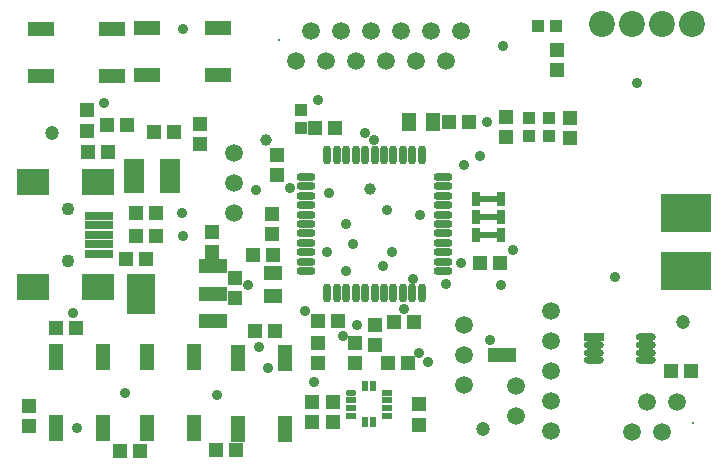
<source format=gts>
%FSTAX23Y23*%
%MOMM*%
%SFA1B1*%

%IPPOS*%
%ADD49R,1.199998X1.299997*%
%ADD50R,1.299997X1.199998*%
%ADD51R,4.199992X3.199994*%
%ADD52R,1.199998X1.199998*%
%ADD53O,1.699997X0.699999*%
%ADD54R,1.699997X0.699999*%
%ADD55R,0.999998X0.999998*%
%ADD56R,0.999998X0.999998*%
%ADD57R,1.199998X1.599997*%
%ADD58R,1.699997X2.999994*%
%ADD59R,2.449995X0.699999*%
%ADD60R,2.699995X2.199996*%
%ADD61R,2.199996X1.199998*%
%ADD62R,2.199996X1.199998*%
%ADD63R,1.199998X2.199996*%
%ADD64R,1.199998X2.199996*%
%ADD65O,1.599997X0.749999*%
%ADD66O,0.749999X1.599997*%
%ADD67R,1.599997X1.199998*%
%ADD68R,2.349995X3.449993*%
%ADD69R,2.349995X1.199998*%
%ADD70R,0.529999X0.889998*%
%ADD71R,0.889998X0.529999*%
%ADD72O,0.889998X0.529999*%
%ADD73R,0.649999X1.199998*%
%ADD74R,1.899996X0.599999*%
%ADD75C,1.499997*%
%ADD76C,2.199996*%
%ADD77C,0.200000*%
%ADD78C,1.099998*%
%ADD79C,1.199998*%
%ADD80C,0.999998*%
%ADD81C,0.899998*%
%LNmain_board-1*%
%LPD*%
G54D49*
X12179Y28119D03*
X13879D03*
X09309Y01089D03*
X11009D03*
X17409Y01189D03*
X19109D03*
X09819Y17349D03*
X11519D03*
X57619Y07849D03*
X55919D03*
X37169Y28959D03*
X38869D03*
X08289Y26419D03*
X06589D03*
X08169Y28699D03*
X09869D03*
X05599Y11529D03*
X03899D03*
X27489Y28419D03*
X25789D03*
X39759Y17039D03*
X41459D03*
X26049Y12119D03*
X27749D03*
X22259Y17679D03*
X20559D03*
X31989Y08529D03*
X33689D03*
X22389Y11279D03*
X20689D03*
X10679Y21229D03*
X12379D03*
X10679Y19299D03*
X12379D03*
X32469Y12039D03*
X34169D03*
G54D50*
X06529Y28229D03*
Y29929D03*
X01549Y04909D03*
Y03209D03*
X19019Y15759D03*
Y14059D03*
X17039Y17969D03*
Y19669D03*
X46299Y33389D03*
Y35089D03*
X41939Y27669D03*
Y29369D03*
X47399Y27569D03*
Y29269D03*
X22559Y24469D03*
Y26169D03*
X16079Y27119D03*
Y28819D03*
X22169Y21169D03*
Y19469D03*
X26059Y10249D03*
Y08549D03*
X34569Y03339D03*
Y05039D03*
X25549Y05239D03*
Y03539D03*
X27309Y05239D03*
Y03539D03*
X30839Y10049D03*
Y11749D03*
X29179Y10249D03*
Y08549D03*
G54D51*
X57199Y16309D03*
Y21209D03*
G54D52*
X42259Y09189D03*
X41059D03*
G54D53*
X53799Y08789D03*
Y09439D03*
Y10089D03*
Y10739D03*
X49399Y08789D03*
Y09439D03*
Y10089D03*
G54D54*
X49399Y10739D03*
G54D55*
X44669Y37079D03*
X46169D03*
G54D56*
X43939Y27769D03*
Y29269D03*
X24589Y29959D03*
Y28459D03*
X45589Y27769D03*
Y29269D03*
G54D57*
X33769Y28959D03*
X35769D03*
G54D58*
X10489Y24409D03*
X13489D03*
G54D59*
X07529Y21009D03*
Y20209D03*
Y19409D03*
Y18609D03*
Y17809D03*
G54D60*
X07399Y23859D03*
Y14959D03*
X01949D03*
Y23859D03*
G54D61*
X11549Y36899D03*
X17549D03*
X02589Y36849D03*
X08589D03*
G54D62*
X11549Y32899D03*
X17549D03*
X02589Y32849D03*
X08589D03*
G54D63*
X07869Y09049D03*
Y03049D03*
X15559Y09049D03*
Y03049D03*
X23289Y08939D03*
Y02939D03*
G54D64*
X03869Y09049D03*
Y03049D03*
X11559Y09049D03*
Y03049D03*
X19289Y08939D03*
Y02939D03*
G54D65*
X25039Y16319D03*
Y17119D03*
Y17919D03*
Y18719D03*
Y19519D03*
Y20319D03*
Y21119D03*
Y21919D03*
Y22719D03*
Y23519D03*
Y24319D03*
X36639D03*
Y23519D03*
Y22719D03*
Y21919D03*
Y21119D03*
Y20319D03*
Y19519D03*
Y18719D03*
Y17919D03*
Y17119D03*
Y16319D03*
G54D66*
X26839Y26119D03*
X27639D03*
X28439D03*
X29239D03*
X30039D03*
X30839D03*
X31639D03*
X32439D03*
X33239D03*
X34039D03*
X34839D03*
Y14519D03*
X34039D03*
X33239D03*
X32439D03*
X31639D03*
X30839D03*
X30039D03*
X29239D03*
X28439D03*
X27639D03*
X26839D03*
G54D67*
X22279Y14189D03*
Y16189D03*
G54D68*
X11069Y14429D03*
G54D69*
X17169Y16729D03*
Y14429D03*
Y12129D03*
G54D70*
X30049Y06569D03*
X30699D03*
Y03569D03*
X30049D03*
G54D71*
X31879Y06049D03*
Y05399D03*
Y04749D03*
Y04099D03*
X28879D03*
Y04749D03*
Y05399D03*
G54D72*
X28879Y06049D03*
G54D73*
X39409Y19429D03*
Y20929D03*
Y22429D03*
X41559Y19429D03*
Y20929D03*
Y22429D03*
G54D74*
X40489Y22429D03*
Y19429D03*
Y20929D03*
G54D75*
X42819Y06579D03*
Y04039D03*
X45749Y02789D03*
Y05329D03*
Y07869D03*
Y10409D03*
Y12949D03*
X56439Y05279D03*
X55169Y02739D03*
X53899Y05279D03*
X52629Y02739D03*
X33049Y36679D03*
X31779Y34139D03*
X30509Y36679D03*
X29239Y34139D03*
X27969Y36679D03*
X26699Y34139D03*
X25429Y36679D03*
X24159Y34139D03*
X34319D03*
X35589Y36679D03*
X36859Y34139D03*
X38129Y36679D03*
X18969Y26339D03*
Y23799D03*
Y21259D03*
X38399Y11729D03*
Y09189D03*
Y06649D03*
G54D76*
X55169Y37239D03*
X52629D03*
X50089D03*
X57709D03*
G54D77*
X57839Y03479D03*
X22759Y35939D03*
G54D78*
X04849Y21609D03*
Y17209D03*
G54D79*
X03499Y27999D03*
X39999Y02999D03*
X56999Y11999D03*
G54D80*
X21669Y27409D03*
X30479Y23319D03*
G54D81*
X05669Y03049D03*
X11179Y14529D03*
X16409D03*
X20139Y15189D03*
X28189Y10849D03*
X14629Y19299D03*
X14529Y21229D03*
X29339Y11789D03*
X21029Y09909D03*
X34659Y21119D03*
X25679Y06929D03*
X33319Y13109D03*
X28449Y16309D03*
X26999Y22909D03*
X34569Y09409D03*
X35359Y08659D03*
X32329Y17959D03*
X31569Y16739D03*
X34109Y15669D03*
X36929Y15239D03*
X29999Y28019D03*
X30799Y27469D03*
X20799Y23219D03*
X28399Y20349D03*
X23699Y23339D03*
X38379Y25299D03*
X39749Y26109D03*
X38129Y17039D03*
X05339Y12749D03*
X41579Y15189D03*
X40639Y10539D03*
X26799Y17979D03*
X26089Y30809D03*
X41679Y35359D03*
X07949Y30559D03*
X14599Y36799D03*
X09729Y06049D03*
X17499Y05839D03*
X51159Y15799D03*
X42539Y18159D03*
X31929Y21539D03*
X28979Y18589D03*
X53089Y32259D03*
X24939Y12949D03*
X21819Y08149D03*
X40389Y28929D03*
M02*
</source>
